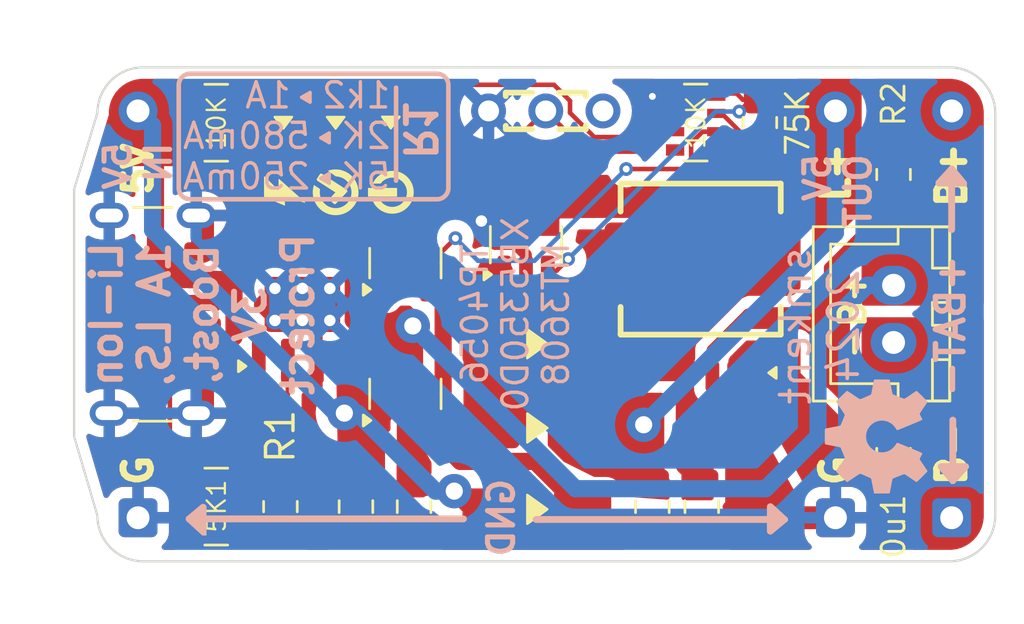
<source format=kicad_pcb>
(kicad_pcb (version 20240108) (generator "pcbnew") (generator_version "8.0")
  (layers (0 "F.Cu" signal) (31 "B.Cu" signal) (34 "B.Paste" user) (35 "F.Paste" user) (36 "B.SilkS" user "B.Silkscreen") (37 "F.SilkS" user "F.Silkscreen") (38 "B.Mask" user) (39 "F.Mask" user) (44 "Edge.Cuts" user))
  (net 0 "")
  (net 1 "GND")
  (net 2 "VIN")
  (net 3 "VOUT")
  (net 4 "B+")
  (net 5 "Net-(LED1-A)")
  (net 6 "Net-(LED1-K)")
  (net 7 "Net-(LED2-A)")
  (net 8 "Net-(LED2-K)")
  (net 9 "Net-(U1-PROG)")
  (net 10 "Net-(J0-CC1)")
  (net 11 "Net-(J0-CC2)")
  (net 14 "B-")
  (net 15 "BATVDD")
  (net 16 "BOOST")
  (net 17 "LOAD_SWITCH")
  (net 18 "Net-(D2-A)")
  (net 19 "Net-(LED3-A)")
  (net 20 "Net-(Q2-G)")
  (net 23 "Net-(RN3D-R4.1)")
  (footprint "Resistor_SMD:R_Array_Convex_4x0603" (layer "F.Cu") (at 125.338 111.2735)
    (property "Reference" "RN2" (hide yes))
    (property "Value" "5K1")
    (pad "1" smd rect (at -0.9 -1.2) (size 0.8 0.5) (layers "F.Cu" "F.Paste" "F.Mask") (net 11 "Net-(J0-CC2)"))
    (pad "2" smd rect (at -0.9 -0.4) (size 0.8 0.4) (layers "F.Cu" "F.Paste" "F.Mask") (net 10 "Net-(J0-CC1)"))
    (pad "3" smd rect (at -0.9 0.4) (size 0.8 0.4) (layers "F.Cu" "F.Paste" "F.Mask") (net 1 "GND"))
    (pad "4" smd rect (at -0.9 1.2) (size 0.8 0.5) (layers "F.Cu" "F.Paste" "F.Mask") (net 1 "GND"))
    (pad "5" smd rect (at 0.9 1.2) (size 0.8 0.5) (layers "F.Cu" "F.Paste" "F.Mask") (net 1 "GND"))
    (pad "6" smd rect (at 0.9 0.4) (size 0.8 0.4) (layers "F.Cu" "F.Paste" "F.Mask") (net 1 "GND"))
    (pad "7" smd rect (at 0.9 -0.4) (size 0.8 0.4) (layers "F.Cu" "F.Paste" "F.Mask") (net 1 "GND"))
    (pad "8" smd rect (at 0.9 -1.2) (size 0.8 0.5) (layers "F.Cu" "F.Paste" "F.Mask") (net 1 "GND"))
  )
  (footprint "Resistor_SMD:R_0805_2012Metric_Pad1.20x1.40mm_HandSolder" (layer "F.Cu") (at 128.143 111.2735 -90)
    (property "Reference" "R1" (hide yes))
    (property "Value" "1K2")
    (pad "1" smd roundrect (at -1 0 270) (size 1.2 1.4) (layers "F.Cu" "F.Paste" "F.Mask") (roundrect_rratio 0.208333) (net 9 "Net-(U1-PROG)"))
    (pad "2" smd roundrect (at 1 0 270) (size 1.2 1.4) (layers "F.Cu" "F.Paste" "F.Mask") (roundrect_rratio 0.208333) (net 1 "GND"))
  )
  (footprint "custom:SOIC-8-1EP_3.9x4.9mm_P1.27mm_EP2.41x3.3mm_ThermalVias_CustomVias" (layer "F.Cu") (at 129.102 102.437 90)
    (property "Reference" "U1" (hide yes))
    (property "Value" "TP4056")
    (pad "1" smd roundrect (at -2.475 -1.905 90) (size 1.95 0.6) (layers "F.Cu" "F.Paste" "F.Mask") (net 1 "GND"))
    (pad "2" smd roundrect (at -2.475 -0.635 90) (size 1.95 0.6) (layers "F.Cu" "F.Paste" "F.Mask") (net 9 "Net-(U1-PROG)"))
    (pad "3" smd roundrect (at -2.475 0.635 90) (size 1.95 0.6) (layers "F.Cu" "F.Paste" "F.Mask") (net 1 "GND"))
    (pad "4" smd roundrect (at -2.475 1.905 90) (size 1.95 0.6) (layers "F.Cu" "F.Paste" "F.Mask") (net 2 "VIN"))
    (pad "5" smd roundrect (at 2.475 1.905 90) (size 1.95 0.6) (layers "F.Cu" "F.Paste" "F.Mask") (net 4 "B+"))
    (pad "6" smd roundrect (at 2.475 0.635 90) (size 1.95 0.6) (layers "F.Cu" "F.Paste" "F.Mask") (net 8 "Net-(LED2-K)"))
    (pad "7" smd roundrect (at 2.475 -0.635 90) (size 1.95 0.6) (layers "F.Cu" "F.Paste" "F.Mask") (net 6 "Net-(LED1-K)"))
    (pad "8" smd roundrect (at 2.475 -1.905 90) (size 1.95 0.6) (layers "F.Cu" "F.Paste" "F.Mask") (net 2 "VIN"))
    (pad "9" thru_hole circle (at -0.7 -1.2 90) (size 0.8 0.8) (drill 0.5) (property pad_prop_heatsink) (layers "*.Cu") (net 1 "GND"))
    (pad "9" thru_hole circle (at -0.7 0 90) (size 0.8 0.8) (drill 0.5) (property pad_prop_heatsink) (layers "*.Cu") (net 1 "GND"))
    (pad "9" thru_hole circle (at -0.7 1.2 90) (size 0.8 0.8) (drill 0.5) (property pad_prop_heatsink) (layers "*.Cu") (net 1 "GND"))
    (pad "9" smd rect (at 0 0 90) (size 1.9 2.9) (property pad_prop_heatsink) (layers "B.Cu") (net 1 "GND"))
    (pad "9" smd roundrect (at 0 0 90) (size 2.41 3.3) (property pad_prop_heatsink) (layers "F.Cu" "F.Mask") (roundrect_rratio 0.1037344398) (net 1 "GND"))
    (pad "9" thru_hole circle (at 0.7 -1.2 90) (size 0.8 0.8) (drill 0.5) (property pad_prop_heatsink) (layers "*.Cu") (net 1 "GND"))
    (pad "9" thru_hole circle (at 0.7 0 90) (size 0.8 0.8) (drill 0.5) (property pad_prop_heatsink) (layers "*.Cu") (net 1 "GND"))
    (pad "9" thru_hole circle (at 0.7 1.2 90) (size 0.8 0.8) (drill 0.5) (property pad_prop_heatsink) (layers "*.Cu") (net 1 "GND"))
  )
  (footprint "custom:JST_XH_B2B-XH-A_1x02_P2.50mm_Vertical_simple" (layer "F.Cu") (at 154.94 101.6 -90)
    (property "Reference" "BT1" (hide yes))
    (property "Value" "Battery_Cell")
    (pad "1" thru_hole oval (at 0 0 270) (size 1.7 2) (drill 1) (layers "*.Cu" "*.Mask") (net 4 "B+"))
    (pad "2" thru_hole oval (at 2.5 0 270) (size 1.7 2) (drill 1) (layers "*.Cu" "*.Mask") (net 14 "B-"))
  )
  (footprint "custom:D_SMA_simple" (layer "F.Cu") (at 139.351 107.823 180)
    (property "Reference" "D2" (hide yes))
    (property "Value" "SS34")
    (pad "1" smd roundrect (at -2 0 180) (size 2.5 1.8) (layers "F.Cu" "F.Paste" "F.Mask") (roundrect_rratio 0.1388888889) (net 3 "VOUT"))
    (pad "2" smd roundrect (at 2 0 180) (size 2.5 1.8) (layers "F.Cu" "F.Paste" "F.Mask") (roundrect_rratio 0.1388888889) (net 18 "Net-(D2-A)"))
  )
  (footprint "custom:D_SMA_simple" (layer "F.Cu") (at 139.351 104.14 180)
    (property "Reference" "D3" (hide yes))
    (property "Value" "SS34")
    (pad "1" smd roundrect (at -2 0 180) (size 2.5 1.8) (layers "F.Cu" "F.Paste" "F.Mask") (roundrect_rratio 0.1388888889) (net 16 "BOOST"))
    (pad "2" smd roundrect (at 2 0 180) (size 2.5 1.8) (layers "F.Cu" "F.Paste" "F.Mask") (roundrect_rratio 0.1388888889) (net 18 "Net-(D2-A)"))
  )
  (footprint "Capacitor_SMD:C_0805_2012Metric_Pad1.18x1.45mm_HandSolder" (layer "F.Cu") (at 131.445 111.2735 -90)
    (property "Reference" "C1" (hide yes))
    (property "Value" "10uF")
    (pad "1" smd roundrect (at -1.0375 0 270) (size 1.175 1.45) (layers "F.Cu" "F.Paste" "F.Mask") (roundrect_rratio 0.212766) (net 2 "VIN"))
    (pad "2" smd roundrect (at 1.0375 0 270) (size 1.175 1.45) (layers "F.Cu" "F.Paste" "F.Mask") (roundrect_rratio 0.212766) (net 1 "GND"))
  )
  (footprint "graphics:icon-check-mark-circle-2mm" (layer "F.Cu") (at 130.55617 97.536 90)
    (property "Reference" "G***" (hide yes))
    (property "Value" "LOGO" (hide yes))
  )
  (footprint "Resistor_SMD:R_0805_2012Metric_Pad1.20x1.40mm_HandSolder" (layer "F.Cu") (at 149.098 94.488 90)
    (property "Reference" "R3" (hide yes))
    (property "Value" "75K")
    (pad "1" smd roundrect (at -1 0 90) (size 1.2 1.4) (layers "F.Cu" "F.Paste" "F.Mask") (roundrect_rratio 0.208333) (net 3 "VOUT"))
    (pad "2" smd roundrect (at 1 0 90) (size 1.2 1.4) (layers "F.Cu" "F.Paste" "F.Mask") (roundrect_rratio 0.208333) (net 23 "Net-(RN3D-R4.1)"))
  )
  (footprint "custom:LED_0805_2012Metric_Pad1.15x1.40mm_HandSolder_simple" (layer "F.Cu") (at 128.27 94.497 90)
    (property "Reference" "LED1" (hide yes))
    (property "Value" "Charge")
    (pad "1" smd roundrect (at -1.025 0 90) (size 1.15 1.4) (layers "F.Cu" "F.Paste" "F.Mask") (roundrect_rratio 0.217391) (net 6 "Net-(LED1-K)"))
    (pad "2" smd roundrect (at 1.025 0 90) (size 1.15 1.4) (layers "F.Cu" "F.Paste" "F.Mask") (roundrect_rratio 0.217391) (net 5 "Net-(LED1-A)"))
  )
  (footprint "Capacitor_SMD:C_0805_2012Metric_Pad1.18x1.45mm_HandSolder" (layer "F.Cu") (at 133.985 111.2735 90)
    (property "Reference" "C2" (hide yes))
    (property "Value" "10uF")
    (pad "1" smd roundrect (at -1.0375 0 90) (size 1.175 1.45) (layers "F.Cu" "F.Paste" "F.Mask") (roundrect_rratio 0.212766) (net 1 "GND"))
    (pad "2" smd roundrect (at 1.0375 0 90) (size 1.175 1.45) (layers "F.Cu" "F.Paste" "F.Mask") (roundrect_rratio 0.212766) (net 4 "B+"))
  )
  (footprint "graphics:icon-power-2mm" (layer "F.Cu") (at 132.969 97.536 90)
    (property "Reference" "G***" (hide yes))
    (property "Value" "LOGO" (hide yes))
  )
  (footprint "Package_TO_SOT_SMD:SOT-23-6" (layer "F.Cu") (at 138.877 99.8275 90)
    (property "Reference" "U3" (hide yes))
    (property "Value" "MT3608")
    (pad "1" smd roundrect (at -1.1375 -0.95 90) (size 1.325 0.6) (layers "F.Cu" "F.Paste" "F.Mask") (net 18 "Net-(D2-A)"))
    (pad "2" smd roundrect (at -1.1375 0 90) (size 1.325 0.6) (layers "F.Cu" "F.Paste" "F.Mask") (net 1 "GND"))
    (pad "3" smd roundrect (at -1.1375 0.95 90) (size 1.325 0.6) (layers "F.Cu" "F.Paste" "F.Mask") (net 23 "Net-(RN3D-R4.1)"))
    (pad "4" smd roundrect (at 1.1375 0.95 90) (size 1.325 0.6) (layers "F.Cu" "F.Paste" "F.Mask") (net 16 "BOOST"))
    (pad "5" smd roundrect (at 1.1375 0 90) (size 1.325 0.6) (layers "F.Cu" "F.Paste" "F.Mask") (net 16 "BOOST"))
    (pad "6" smd roundrect (at 1.1375 -0.95 90) (size 1.325 0.6) (layers "F.Cu" "F.Paste" "F.Mask"))
  )
  (footprint "custom:SOT-23-5_simple" (layer "F.Cu") (at 147.973 106.727 -90)
    (property "Reference" "U2" (hide yes))
    (property "Value" "XB5350D0")
    (pad "1" smd roundrect (at -1.1375 -0.95 270) (size 1.325 0.6) (layers "F.Cu" "F.Paste" "F.Mask"))
    (pad "2" smd roundrect (at -1.1375 0 270) (size 1.325 0.6) (layers "F.Cu" "F.Paste" "F.Mask") (net 14 "B-"))
    (pad "3" smd roundrect (at -1.1375 0.95 270) (size 1.325 0.6) (layers "F.Cu" "F.Paste" "F.Mask") (net 15 "BATVDD"))
    (pad "4" smd roundrect (at 1.1375 0.95 270) (size 1.325 0.6) (layers "F.Cu" "F.Paste" "F.Mask") (net 1 "GND"))
    (pad "5" smd roundrect (at 1.1375 -0.95 270) (size 1.325 0.6) (layers "F.Cu" "F.Paste" "F.Mask") (net 1 "GND"))
  )
  (footprint "Capacitor_SMD:C_0805_2012Metric_Pad1.18x1.45mm_HandSolder" (layer "F.Cu") (at 154.94 108.9875 90)
    (property "Reference" "C3" (hide yes))
    (property "Value" "0.1uF")
    (pad "1" smd roundrect (at -1.0375 0 90) (size 1.175 1.45) (layers "F.Cu" "F.Paste" "F.Mask") (roundrect_rratio 0.212766) (net 14 "B-"))
    (pad "2" smd roundrect (at 1.0375 0 90) (size 1.175 1.45) (layers "F.Cu" "F.Paste" "F.Mask") (roundrect_rratio 0.212766) (net 15 "BATVDD"))
  )
  (footprint "Resistor_SMD:R_Array_Convex_4x0603" (layer "F.Cu") (at 146.293 94.488 180)
    (property "Reference" "RN3" (hide yes))
    (property "Value" "10K")
    (pad "1" smd rect (at -0.9 -1.2 180) (size 0.8 0.5) (layers "F.Cu" "F.Paste" "F.Mask"))
    (pad "2" smd rect (at -0.9 -0.4 180) (size 0.8 0.4) (layers "F.Cu" "F.Paste" "F.Mask") (net 17 "LOAD_SWITCH"))
    (pad "3" smd rect (at -0.9 0.4 180) (size 0.8 0.4) (layers "F.Cu" "F.Paste" "F.Mask") (net 3 "VOUT"))
    (pad "4" smd rect (at -0.9 1.2 180) (size 0.8 0.5) (layers "F.Cu" "F.Paste" "F.Mask") (net 23 "Net-(RN3D-R4.1)"))
    (pad "5" smd rect (at 0.9 1.2 180) (size 0.8 0.5) (layers "F.Cu" "F.Paste" "F.Mask") (net 1 "GND"))
    (pad "6" smd rect (at 0.9 0.4 180) (size 0.8 0.4) (layers "F.Cu" "F.Paste" "F.Mask") (net 19 "Net-(LED3-A)"))
    (pad "7" smd rect (at 0.9 -0.4 180) (size 0.8 0.4) (layers "F.Cu" "F.Paste" "F.Mask") (net 20 "Net-(Q2-G)"))
    (pad "8" smd rect (at 0.9 -1.2 180) (size 0.8 0.5) (layers "F.Cu" "F.Paste" "F.Mask"))
  )
  (footprint "Capacitor_SMD:C_0805_2012Metric_Pad1.18x1.45mm_HandSolder" (layer "F.Cu") (at 146.558 111.2735 -90)
    (property "Reference" "C4" (hide yes))
    (property "Value" "10uF")
    (pad "1" smd roundrect (at -1.0375 0 270) (size 1.175 1.45) (layers "F.Cu" "F.Paste" "F.Mask") (roundrect_rratio 0.212766) (net 16 "BOOST"))
    (pad "2" smd roundrect (at 1.0375 0 270) (size 1.175 1.45) (layers "F.Cu" "F.Paste" "F.Mask") (roundrect_rratio 0.212766) (net 1 "GND"))
  )
  (footprint "Package_TO_SOT_SMD:SOT-23" (layer "F.Cu") (at 133.604 106.3475 90)
    (property "Reference" "Q1" (hide yes))
    (property "Value" "AO3401A")
    (pad "1" smd roundrect (at -0.9375 -0.95 90) (size 1.475 0.6) (layers "F.Cu" "F.Paste" "F.Mask") (net 2 "VIN"))
    (pad "2" smd roundrect (at -0.9375 0.95 90) (size 1.475 0.6) (layers "F.Cu" "F.Paste" "F.Mask") (net 17 "LOAD_SWITCH"))
    (pad "3" smd roundrect (at 0.9375 0 90) (size 1.475 0.6) (layers "F.Cu" "F.Paste" "F.Mask") (net 4 "B+"))
  )
  (footprint "custom:D_SMA_simple" (layer "F.Cu") (at 139.351 111.379 180)
    (property "Reference" "D1" (hide yes))
    (property "Value" "SS34")
    (pad "1" smd roundrect (at -2 0 180) (size 2.5 1.8) (layers "F.Cu" "F.Paste" "F.Mask") (roundrect_rratio 0.1388888889) (net 17 "LOAD_SWITCH"))
    (pad "2" smd roundrect (at 2 0 180) (size 2.5 1.8) (layers "F.Cu" "F.Paste" "F.Mask") (roundrect_rratio 0.1388888889) (net 2 "VIN"))
  )
  (footprint "custom:USB_C_Receptacle_GCT_USB4125-xx-x_6P_TopMnt_Horizontal_handsolder" (layer "F.Cu") (at 121.46 102.87 -90)
    (property "Reference" "J0" (hide yes))
    (property "Value" "USB_C_Receptacle_PowerOnly_6P")
    (pad "A5" smd roundrect (at -0.5 -3.28 270) (size 0.7 1.6) (layers "F.Cu" "F.Paste" "F.Mask") (net 10 "Net-(J0-CC1)"))
    (pad "A9" smd roundrect (at 1.52 -3.28 90) (size 0.76 1.6) (layers "F.Cu" "F.Paste" "F.Mask") (net 2 "VIN"))
    (pad "A12" smd roundrect (at 2.75 -3.28 90) (size 0.8 1.6) (layers "F.Cu" "F.Paste" "F.Mask") (net 1 "GND"))
    (pad "B5" smd roundrect (at 0.5 -3.28 90) (size 0.7 1.6) (layers "F.Cu" "F.Paste" "F.Mask") (net 11 "Net-(J0-CC2)"))
    (pad "B9" smd roundrect (at -1.52 -3.28 270) (size 0.76 1.6) (layers "F.Cu" "F.Paste" "F.Mask") (net 2 "VIN"))
    (pad "B12" smd roundrect (at -2.75 -3.28 270) (size 0.8 1.6) (layers "F.Cu" "F.Paste" "F.Mask") (net 1 "GND"))
    (pad "S1" thru_hole oval (at -4.32 -3 270) (size 1.1 1.7) (drill oval 0.6 1.2) (layers "*.Cu" "*.Mask" "F.Paste") (net 1 "GND"))
    (pad "S1" thru_hole oval (at -4.32 0.8 270) (size 1.1 1.7) (drill oval 0.6 1.2) (layers "*.Cu" "*.Mask" "F.Paste") (net 1 "GND"))
    (pad "S1" thru_hole oval (at 4.32 -3 270) (size 1.1 1.7) (drill oval 0.6 1.2) (layers "*.Cu" "*.Mask" "F.Paste") (net 1 "GND"))
    (pad "S1" thru_hole oval (at 4.32 0.8 270) (size 1.1 1.7) (drill oval 0.6 1.2) (layers "*.Cu" "*.Mask" "F.Paste") (net 1 "GND"))
  )
  (footprint "Resistor_SMD:R_0805_2012Metric_Pad1.20x1.40mm_HandSolder" (layer "F.Cu") (at 154.94 96.758 -90)
    (property "Reference" "R2" (hide yes))
    (property "Value" "100R")
    (pad "1" smd roundrect (at -1 0 270) (size 1.2 1.4) (layers "F.Cu" "F.Paste" "F.Mask") (roundrect_rratio 0.208333) (net 4 "B+"))
    (pad "2" smd roundrect (at 1 0 270) (size 1.2 1.4) (layers "F.Cu" "F.Paste" "F.Mask") (roundrect_rratio 0.208333) (net 15 "BATVDD"))
  )
  (footprint "Package_TO_SOT_SMD:SOT-23" (layer "F.Cu") (at 133.604 100.6325 90)
    (property "Reference" "Q2" (hide yes))
    (property "Value" "AO3401A")
    (pad "1" smd roundrect (at -0.9375 -0.95 90) (size 1.475 0.6) (layers "F.Cu" "F.Paste" "F.Mask") (net 20 "Net-(Q2-G)"))
    (pad "2" smd roundrect (at -0.9375 0.95 90) (size 1.475 0.6) (layers "F.Cu" "F.Paste" "F.Mask") (net 17 "LOAD_SWITCH"))
    (pad "3" smd roundrect (at 0.9375 0 90) (size 1.475 0.6) (layers "F.Cu" "F.Paste" "F.Mask") (net 16 "BOOST"))
  )
  (footprint "Capacitor_SMD:C_0805_2012Metric_Pad1.18x1.45mm_HandSolder" (layer "F.Cu") (at 144.399 111.2735 -90)
    (property "Reference" "C5" (hide yes))
    (property "Value" "10uF")
    (pad "1" smd roundrect (at -1.0375 0 270) (size 1.175 1.45) (layers "F.Cu" "F.Paste" "F.Mask") (roundrect_rratio 0.212766) (net 3 "VOUT"))
    (pad "2" smd roundrect (at 1.0375 0 270) (size 1.175 1.45) (layers "F.Cu" "F.Paste" "F.Mask") (roundrect_rratio 0.212766) (net 1 "GND"))
  )
  (footprint "custom:LED_0805_2012Metric_Pad1.15x1.40mm_HandSolder_simple" (layer "F.Cu") (at 130.556 94.497 90)
    (property "Reference" "LED2" (hide yes))
    (property "Value" "Done")
    (pad "1" smd roundrect (at -1.025 0 90) (size 1.15 1.4) (layers "F.Cu" "F.Paste" "F.Mask") (roundrect_rratio 0.217391) (net 8 "Net-(LED2-K)"))
    (pad "2" smd roundrect (at 1.025 0 90) (size 1.15 1.4) (layers "F.Cu" "F.Paste" "F.Mask") (roundrect_rratio 0.217391) (net 7 "Net-(LED2-A)"))
  )
  (footprint "custom:SW-TH_DEALON_SS-12D01-GX_simple" (layer "F.Cu") (at 139.74 93.98 180)
    (property "Reference" "SW1" (hide yes))
    (property "Value" "SW_SPDT")
    (pad "1" thru_hole circle (at -2.5 0 180) (size 1.52 1.52) (drill 0.9144) (layers "*.Cu" "*.Mask"))
    (pad "2" thru_hole circle (at 0 0 180) (size 1.52 1.52) (drill 0.9144) (layers "*.Cu" "*.Mask") (net 20 "Net-(Q2-G)"))
    (pad "3" thru_hole circle (at 2.5 0 180) (size 1.52 1.52) (drill 0.9144) (layers "*.Cu" "*.Mask") (net 1 "GND"))
  )
  (footprint "lcsc:IND-SMD_L7.0-W6.6" (layer "F.Cu") (at 146.51 100.457 180)
    (property "Reference" "L1" (hide yes))
    (property "Value" "22uH")
    (pad "1" smd roundrect (at -3 0 180) (size 2.4 3.2) (layers "F.Cu" "F.Paste" "F.Mask") (roundrect_rratio 0.125) (net 16 "BOOST"))
    (pad "2" smd roundrect (at 3 0 180) (size 2.4 3.2) (layers "F.Cu" "F.Paste" "F.Mask") (roundrect_rratio 0.125) (net 18 "Net-(D2-A)"))
  )
  (footprint "Resistor_SMD:R_Array_Convex_4x0603" (layer "F.Cu") (at 125.338 94.497 180)
    (property "Reference" "RN1" (hide yes))
    (property "Value" "10K")
    (pad "1" smd rect (at -0.9 -1.2 180) (size 0.8 0.5) (layers "F.Cu" "F.Paste" "F.Mask") (net 1 "GND"))
    (pad "2" smd rect (at -0.9 -0.4 180) (size 0.8 0.4) (layers "F.Cu" "F.Paste" "F.Mask") (net 7 "Net-(LED2-A)"))
    (pad "3" smd rect (at -0.9 0.4 180) (size 0.8 0.4) (layers "F.Cu" "F.Paste" "F.Mask") (net 5 "Net-(LED1-A)"))
    (pad "4" smd rect (at -0.9 1.2 180) (size 0.8 0.5) (layers "F.Cu" "F.Paste" "F.Mask"))
    (pad "5" smd rect (at 0.9 1.2 180) (size 0.8 0.5) (layers "F.Cu" "F.Paste" "F.Mask"))
    (pad "6" smd rect (at 0.9 0.4 180) (size 0.8 0.4) (layers "F.Cu" "F.Paste" "F.Mask") (net 2 "VIN"))
    (pad "7" smd rect (at 0.9 -0.4 180) (size 0.8 0.4) (layers "F.Cu" "F.Paste" "F.Mask") (net 2 "VIN"))
    (pad "8" smd rect (at 0.9 -1.2 180) (size 0.8 0.5) (layers "F.Cu" "F.Paste" "F.Mask") (net 2 "VIN"))
  )
  (footprint "custom:LED_0805_2012Metric_Pad1.15x1.40mm_HandSolder_simple" (layer "F.Cu") (at 132.969 94.488 90)
    (property "Reference" "LED3" (hide yes))
    (property "Value" "Boost")
    (pad "1" smd roundrect (at -1.025 0 90) (size 1.15 1.4) (layers "F.Cu" "F.Paste" "F.Mask") (roundrect_rratio 0.217391) (net 1 "GND"))
    (pad "2" smd roundrect (at 1.025 0 90) (size 1.15 1.4) (layers "F.Cu" "F.Paste" "F.Mask") (roundrect_rratio 0.217391) (net 19 "Net-(LED3-A)"))
  )
  (footprint "graphics:icon-lightning-bolt-2mm" (layer "F.Cu") (at 128.259888 97.536 90)
    (property "Reference" "G***" (hide yes))
    (property "Value" "LOGO" (hide yes))
  )
  (footprint "custom:PinHeader_1x01_P2.54mm_simple_square" (layer "B.Cu") (at 157.48 111.76 -90)
    (property "Reference" "J4" (hide yes))
    (property "Value" "Conn_01x01")
    (pad "1" thru_hole roundrect (at 0 0 270) (size 1.7 1.7) (drill 1) (layers "*.Cu" "*.Mask") (roundrect_rratio 0.1470588235) (net 14 "B-"))
  )
  (footprint "custom:PinHeader_1x01_P2.54mm_simple_square" (layer "B.Cu") (at 121.92 111.76 180)
    (property "Reference" "J2" (hide yes))
    (property "Value" "Conn_01x01")
    (pad "1" thru_hole roundrect (at 0 0 180) (size 1.7 1.7) (drill 1) (layers "*.Cu" "*.Mask") (roundrect_rratio 0.1470588235) (net 1 "GND"))
  )
  (footprint "custom:PinHeader_1x01_P2.54mm_simple" (layer "B.Cu") (at 121.92 93.98 180)
    (property "Reference" "J1" (hide yes))
    (property "Value" "Conn_01x01")
    (pad "1" thru_hole oval (at 0 0 180) (size 1.7 1.7) (drill 1) (layers "*.Cu" "*.Mask") (net 2 "VIN"))
  )
  (footprint "custom:PinHeader_1x01_P2.54mm_simple" (layer "B.Cu") (at 152.4 93.98 -90)
    (property "Reference" "J5" (hide yes))
    (property "Value" "Conn_01x01")
    (pad "1" thru_hole oval (at 0 0 270) (size 1.7 1.7) (drill 1) (layers "*.Cu" "*.Mask") (net 3 "VOUT"))
  )
  (footprint "custom:PinHeader_1x01_P2.54mm_simple_square" (layer "B.Cu") (at 152.4 111.76 180)
    (property "Reference" "J6" (hide yes))
    (property "Value" "Conn_01x01")
    (pad "1" thru_hole roundrect (at 0 0 180) (size 1.7 1.7) (drill 1) (layers "*.Cu" "*.Mask") (roundrect_rratio 0.1470588235) (net 1 "GND"))
  )
  (footprint "graphics:oshw-logo-5mm" (layer "B.Cu") (at 154.178 108.204 -90)
    (property "Reference" "G***" (hide yes))
    (property "Value" "LOGO" (hide yes))
  )
  (footprint "custom:PinHeader_1x01_P2.54mm_simple" (layer "B.Cu") (at 157.48 93.98 -90)
    (property "Reference" "J3" (hide yes))
    (property "Value" "Conn_01x01")
    (pad "1" thru_hole oval (at 0 0 270) (size 1.7 1.7) (drill 1) (layers "*.Cu" "*.Mask") (net 4 "B+"))
  )
  (gr_line (start 136.144 111.8108) (end 124.1552 111.8108) (stroke (width 0.3)) (layer "B.SilkS"))
  (gr_poly (pts (xy 150.1648 111.8362) (xy 149.5552 111.2774) (xy 149.5552 112.3442)) (stroke (width 0.3)) (fill solid) (layer "B.SilkS"))
  (gr_poly (pts (arc (start 134.9836 97.8408) (mid 135.337153 97.694353) (end 135.4836 97.3408)) (arc (start 135.4836 92.8544) (mid 135.337153 92.500847) (end 134.9836 92.3544)) (arc (start 124.198 92.3544) (mid 123.844447 92.500847) (end 123.698 92.8544)) (arc (start 123.698 97.3408) (mid 123.844447 97.694353) (end 124.198 97.8408))) (stroke (width 0.2)) (fill none) (layer "B.SilkS"))
  (gr_line (start 157.5308 107.4928) (end 157.5308 110.1344) (stroke (width 0.3)) (layer "B.SilkS"))
  (gr_poly (pts (xy 157.48 96.52) (xy 156.9212 97.1296) (xy 157.988 97.1296)) (stroke (width 0.3)) (fill solid) (layer "B.SilkS"))
  (gr_poly (pts (xy 157.5308 110.1344) (xy 158.0896 109.5248) (xy 157.0228 109.5248)) (stroke (width 0.3)) (fill solid) (layer "B.SilkS"))
  (gr_line (start 157.48 99.1616) (end 157.48 96.52) (stroke (width 0.3)) (layer "B.SilkS"))
  (gr_line (start 133.1976 92.964) (end 133.1976 97.028) (stroke (width 0.2)) (layer "B.SilkS"))
  (gr_poly (pts (xy 124.1552 111.8108) (xy 124.7648 112.3696) (xy 124.7648 111.3028)) (stroke (width 0.3)) (fill solid) (layer "B.SilkS"))
  (gr_line (start 139.319 111.8362) (end 150.1648 111.8362) (stroke (width 0.3)) (layer "B.SilkS"))
  (gr_poly (pts (xy 157.385 92.075) (xy 157.527863 92.077516) (xy 157.81068 92.118179) (xy 158.084832 92.198677) (xy 158.344738 92.317372) (xy 158.585105 92.471847) (xy 158.801042 92.658958) (xy 158.988153 92.874895) (xy 159.142628 93.115262) (xy 159.261323 93.375168) (xy 159.341821 93.64932) (xy 159.382484 93.932137) (xy 159.385 94.075) (xy 159.385 111.665) (xy 159.382484 111.807863) (xy 159.341821 112.09068) (xy 159.261323 112.364832) (xy 159.142628 112.624738) (xy 158.988153 112.865105) (xy 158.801042 113.081042) (xy 158.585105 113.268153) (xy 158.344738 113.422628) (xy 158.084832 113.541323) (xy 157.81068 113.621821) (xy 157.527863 113.662484) (xy 157.385 113.665) (xy 149.447 113.665) (xy 139.541 113.665) (xy 122.142 113.665) (xy 121.999137 113.662484) (xy 121.71632 113.621821) (xy 121.442168 113.541323) (xy 121.182262 113.422628) (xy 120.941895 113.268153) (xy 120.725958 113.081042) (xy 120.538847 112.865105) (xy 120.384372 112.624738) (xy 120.265677 112.364832) (xy 120.185179 112.09068) (xy 120.144516 111.807863) (xy 120.142 111.665) (xy 119.126 108.204) (xy 119.126 97.409) (xy 120.142 94.075) (xy 120.144516 93.932137) (xy 120.185179 93.64932) (xy 120.265677 93.375168) (xy 120.384372 93.115262) (xy 120.538847 92.874895) (xy 120.725958 92.658958) (xy 120.941895 92.471847) (xy 121.182262 92.317372) (xy 121.442168 92.198677) (xy 121.71632 92.118179) (xy 121.999137 92.077516) (xy 122.142 92.075)) (stroke (width 0.1)) (fill none) (layer "Edge.Cuts"))
  (gr_text "R1" (at 134.2136 94.7928 270) (layer "B.SilkS") (effects (font (size 1.3 1.3) (thickness 0.26) (bold yes)) (justify mirror)))
  (gr_text "1k2‣1A\n2K‣580mA\n5K‣250mA" (at 133.0452 92.6592 0) (layer "B.SilkS") (effects (font (size 1.1 1.1)) (justify left top mirror)))
  (gr_text "TP4056\nXB5350D0\nMT3608" (at 136 102.87 90) (layer "B.SilkS") (effects (font (size 1.1 1.1)) (justify top mirror)))
  (gr_text "Li-Ion\n1A LS,\nBoost,\n3V\nProtect" (at 119.7864 102.87 90) (layer "B.SilkS") (effects (font (size 1.3 1.3) (thickness 0.26) (bold yes)) (justify top mirror)))
  (gr_text "5V\nOUT" (at 152.5016 95.758 90) (layer "B.SilkS") (effects (font (size 1.1 1.1) (thickness 0.22) (bold yes)) (justify left mirror)))
  (gr_text "5V\nIN" (at 121.92 95.25 90) (layer "B.SilkS") (effects (font (size 1.1 1.1) (thickness 0.22) (bold yes)) (justify left mirror)))
  (gr_text "smkent\n2024" (at 153.5176 103.378 90) (layer "B.SilkS") (effects (font (size 1.3 1.3) (thickness 0.1625)) (justify bottom mirror)))
  (gr_text "GND" (at 137.795 111.76 90) (layer "B.SilkS") (effects (font (size 1.1 1.1) (thickness 0.22) (bold yes)) (justify mirror)))
  (gr_text "+BAT-" (at 157.4292 103.378 90) (layer "B.SilkS") (effects (font (size 1.2 1.2) (thickness 0.24) (bold yes)) (justify mirror)))
  (gr_text "G" (at 121.92 110.49 90) (layer "F.SilkS") (effects (font (size 1.2 1.2) (thickness 0.3) (bold yes)) (justify left)))
  (gr_text "B+" (at 157.48 95.25 90) (layer "F.SilkS") (effects (font (size 1.2 1.2) (thickness 0.3) (bold yes)) (justify right)))
  (gr_text "5K1" (at 125.349 111.252 90) (layer "F.SilkS") (effects (font (size 0.8 0.8) (thickness 0.1))))
  (gr_text "L+" (at 152.4 95.25 90) (layer "F.SilkS") (effects (font (size 1.2 1.2) (thickness 0.3) (bold yes)) (justify right)))
  (gr_text "B-" (at 157.48 110.49 90) (layer "F.SilkS") (effects (font (size 1.2 1.2) (thickness 0.3) (bold yes)) (justify left)))
  (gr_text "R1" (at 128.143 109.473998 90) (layer "F.SilkS") (effects (font (size 1.2 1.2)) (justify left)))
  (gr_text "75K" (at 150.749 94.488 90) (layer "F.SilkS") (effects (font (size 1 1) (thickness 0.125))))
  (gr_text "R2" (at 154.94 94.742 90) (layer "F.SilkS") (effects (font (size 1 1) (thickness 0.125)) (justify left)))
  (gr_text "10K" (at 125.349 94.488 90) (layer "F.SilkS") (effects (font (size 0.8 0.8) (thickness 0.1))))
  (gr_text "-B+" (at 153.162 102.87 90) (layer "F.SilkS") (effects (font (size 1.1 1.1) (thickness 0.22) (bold yes))))
  (gr_text "10K" (at 146.304 94.488 90) (layer "F.SilkS") (effects (font (size 0.8 0.8) (thickness 0.1))))
  (gr_text "G" (at 152.4 110.49 90) (layer "F.SilkS") (effects (font (size 1.2 1.2) (thickness 0.3) (bold yes)) (justify left)))
  (gr_text "5V" (at 121.92 95.25 90) (layer "F.SilkS") (effects (font (size 1.2 1.2) (thickness 0.3) (bold yes)) (justify right)))
  (gr_text "0u1" (at 154.94 112.141 90) (layer "F.SilkS") (effects (font (size 1 1) (thickness 0.125))))
  (segment (start 137.177 99.041071) (end 137.177 99.455184) (width 0.5) (layer "F.Cu") (net 1))
  (segment (start 147.658 112.311) (end 144.399 112.311) (width 1) (layer "F.Cu") (net 1))
  (segment (start 124.74 100.12) (end 124.74 98.83) (width 1) (layer "F.Cu") (net 1))
  (segment (start 131.4075 112.2735) (end 131.445 112.311) (width 0.75) (layer "F.Cu") (net 1))
  (segment (start 124.74 106.91) (end 124.46 107.19) (width 1) (layer "F.Cu") (net 1))
  (segment (start 138.877 100.269) (end 138.877 100.965) (width 0.5) (layer "F.Cu") (net 1))
  (segment (start 124.74 98.83) (end 124.46 98.55) (width 1) (layer "F.Cu") (net 1))
  (segment (start 124.74 105.62) (end 124.74 106.91) (width 1) (layer "F.Cu") (net 1))
  (segment (start 128.143 112.2735) (end 131.4075 112.2735) (width 0.75) (layer "F.Cu") (net 1))
  (segment (start 148.082 107.8645) (end 148.923 107.8645) (width 1) (layer "F.Cu") (net 1))
  (segment (start 146.558 112.311) (end 144.399 112.311) (width 0.75) (layer "F.Cu") (net 1))
  (segment (start 148.082 107.8645) (end 148.082 111.633) (width 1) (layer "F.Cu") (net 1))
  (segment (start 137.524316 99.8025) (end 138.4105 99.8025) (width 0.5) (layer "F.Cu") (net 1))
  (segment (start 147.023 107.8645) (end 148.082 107.8645) (width 1) (layer "F.Cu") (net 1))
  (segment (start 148.209 111.76) (end 147.658 112.311) (width 1) (layer "F.Cu") (net 1))
  (segment (start 148.082 111.633) (end 148.209 111.76) (width 1) (layer "F.Cu") (net 1))
  (segment (start 136.927001 98.791072) (end 137.177 99.041071) (width 0.5) (layer "F.Cu") (net 1))
  (segment (start 144.456 93.288) (end 144.399 93.345) (width 0.2) (layer "F.Cu") (net 1))
  (segment (start 145.393 93.288) (end 144.456 93.288) (width 0.2) (layer "F.Cu") (net 1))
  (segment (start 148.209 111.76) (end 152.4 111.76) (width 1) (layer "F.Cu") (net 1))
  (segment (start 131.445 112.311) (end 133.985 112.311) (width 0.75) (layer "F.Cu") (net 1))
  (segment (start 137.177 99.455184) (end 137.524316 99.8025) (width 0.5) (layer "F.Cu") (net 1))
  (segment (start 138.4105 99.8025) (end 138.877 100.269) (width 0.5) (layer "F.Cu") (net 1))
  (via (at 144.399 93.345) (size 0.6) (drill 0.3) (layers "F.Cu" "B.Cu") (net 1))
  (via (at 136.927001 98.791072) (size 1) (drill 0.5) (layers "F.Cu" "B.Cu") (net 1))
  (segment (start 143.129 95.631) (end 138.891 95.631) (width 0.2) (layer "B.Cu") (net 1))
  (segment (start 137.24 98.478073) (end 137.24 93.98) (width 0.5) (layer "B.Cu") (net 1))
  (segment (start 144.399 94.361) (end 143.129 95.631) (width 0.2) (layer "B.Cu") (net 1))
  (segment (start 144.399 93.345) (end 144.399 94.361) (width 0.2) (layer "B.Cu") (net 1))
  (segment (start 138.891 95.631) (end 137.24 93.98) (width 0.2) (layer "B.Cu") (net 1))
  (segment (start 136.927001 98.791072) (end 137.24 98.478073) (width 0.5) (layer "B.Cu") (net 1))
  (segment (start 124.438 94.097) (end 124.438 95.697) (width 0.2) (layer "F.Cu") (net 2))
  (segment (start 123.94 101.35) (end 122.682 100.092) (width 0.75) (layer "F.Cu") (net 2))
  (segment (start 126.115 101.87949) (end 126.115 103.86051) (width 0.75) (layer "F.Cu") (net 2))
  (segment (start 135.740371 110.596844) (end 136.522527 111.379) (width 0.75) (layer "F.Cu") (net 2))
  (segment (start 122.682 94.742) (end 121.92 93.98) (width 0.75) (layer "F.Cu") (net 2))
  (segment (start 125.809 101.35) (end 124.74 101.35) (width 0.75) (layer "F.Cu") (net 2))
  (segment (start 131.445 108.494) (end 131.445 110.236) (width 0.75) (layer "F.Cu") (net 2))
  (segment (start 131.007 105.638) (end 132.654 107.285) (width 0.75) (layer "F.Cu") (net 2))
  (segment (start 131.007 104.912) (end 131.007 107.118) (width 0.75) (layer "F.Cu") (net 2))
  (segment (start 126.115 103.86051) (end 125.58551 104.39) (width 0.75) (layer "F.Cu") (net 2))
  (segment (start 132.654 107.285) (end 131.445 108.494) (width 0.75) (layer "F.Cu") (net 2))
  (segment (start 125.58551 104.39) (end 124.74 104.39) (width 0.75) (layer "F.Cu") (net 2))
  (segment (start 125.58551 101.35) (end 126.115 101.87949) (width 0.75) (layer "F.Cu") (net 2))
  (segment (start 131.007 104.912) (end 131.007 105.638) (width 0.75) (layer "F.Cu") (net 2))
  (segment (start 127.197 99.962) (end 125.809 101.35) (width 0.75) (layer "F.Cu") (net 2))
  (segment (start 124.74 101.35) (end 125.58551 101.35) (width 0.75) (layer "F.Cu") (net 2))
  (segment (start 131.007 107.118) (end 130.937 107.188) (width 0.75) (layer "F.Cu") (net 2))
  (segment (start 136.522527 111.379) (end 137.351 111.379) (width 0.75) (layer "F.Cu") (net 2))
  (segment (start 124.74 101.35) (end 123.94 101.35) (width 0.75) (layer "F.Cu") (net 2))
  (segment (start 122.682 100.092) (end 122.682 94.742) (width 0.75) (layer "F.Cu") (net 2))
  (via (at 135.740371 110.596844) (size 1.5) (drill 0.75) (layers "F.Cu" "B.Cu") (net 2))
  (via (at 130.937 107.188) (size 1.5) (drill 0.75) (layers "F.Cu" "B.Cu") (net 2))
  (segment (start 130.556 107.188) (end 122.555 99.187) (width 0.75) (layer "B.Cu") (net 2))
  (segment (start 122.555 99.187) (end 122.555 94.615) (width 0.75) (layer "B.Cu") (net 2))
  (segment (start 135.740371 110.596844) (end 134.921845 110.596844) (width 0.75) (layer "B.Cu") (net 2))
  (segment (start 130.937 107.188) (end 130.556 107.188) (width 0.75) (layer "B.Cu") (net 2))
  (segment (start 134.921845 110.596844) (end 131.513001 107.188) (width 0.75) (layer "B.Cu") (net 2))
  (segment (start 122.555 94.615) (end 121.92 93.98) (width 0.75) (layer "B.Cu") (net 2))
  (segment (start 131.513001 107.188) (end 130.937 107.188) (width 0.75) (layer "B.Cu") (net 2))
  (segment (start 141.351 107.823) (end 141.986 107.823) (width 0.75) (layer "F.Cu") (net 3))
  (segment (start 147.428 94.088) (end 148.828 95.488) (width 0.2) (layer "F.Cu") (net 3))
  (segment (start 144.018 107.696) (end 141.478 107.696) (width 0.75) (layer "F.Cu") (net 3))
  (segment (start 141.986 107.823) (end 144.399 110.236) (width 0.75) (layer "F.Cu") (net 3))
  (segment (start 150.892 95.488) (end 152.4 93.98) (width 0.75) (layer "F.Cu") (net 3))
  (segment (start 147.193 94.088) (end 147.428 94.088) (width 0.2) (layer "F.Cu") (net 3))
  (segment (start 149.098 95.488) (end 150.892 95.488) (width 0.75) (layer "F.Cu") (net 3))
  (segment (start 148.828 95.488) (end 149.098 95.488) (width 0.2) (layer "F.Cu") (net 3))
  (segment (start 141.478 107.696) (end 141.351 107.823) (width 0.75) (layer "F.Cu") (net 3))
  (via (at 144.018 107.696) (size 1.5) (drill 0.75) (layers "F.Cu" "B.Cu") (net 3))
  (segment (start 152.4 93.98) (end 152.4 99.314) (width 0.75) (layer "B.Cu") (net 3))
  (segment (start 152.4 99.314) (end 144.018 107.696) (width 0.75) (layer "B.Cu") (net 3))
  (segment (start 131.327 100.282) (end 131.327 103.133) (width 0.75) (layer "F.Cu") (net 4))
  (segment (start 133.604 103.704) (end 133.93 103.378) (width 0.75) (layer "F.Cu") (net 4))
  (segment (start 156.718 93.98) (end 154.94 95.758) (width 0.75) (layer "F.Cu") (net 4))
  (segment (start 133.604 105.41) (end 133.604 103.704) (width 0.75) (layer "F.Cu") (net 4))
  (segment (start 154.94 95.758) (end 154.94 95.784346) (width 0.75) (layer "F.Cu") (net 4))
  (segment (start 156.215 100.325) (end 154.94 101.6) (width 0.75) (layer "F.Cu") (net 4))
  (segment (start 133.604 109.855) (end 133.985 110.236) (width 0.75) (layer "F.Cu") (net 4))
  (segment (start 131.007 99.962) (end 131.327 100.282) (width 0.75) (layer "F.Cu") (net 4))
  (segment (start 131.327 103.133) (end 133.604 105.41) (width 0.75) (layer "F.Cu") (net 4))
  (segment (start 156.215 97.059346) (end 156.215 100.325) (width 0.75) (layer "F.Cu") (net 4))
  (segment (start 157.48 93.98) (end 156.718 93.98) (width 0.75) (layer "F.Cu") (net 4))
  (segment (start 133.604 105.41) (end 133.604 109.855) (width 0.75) (layer "F.Cu") (net 4))
  (segment (start 154.94 95.784346) (end 156.215 97.059346) (width 0.75) (layer "F.Cu") (net 4))
  (via (at 133.93 103.378) (size 1.5) (drill 0.75) (layers "F.Cu" "B.Cu") (net 4))
  (segment (start 149.352 110.49) (end 151.638 108.204) (width 0.75) (layer "B.Cu") (net 4))
  (segment (start 141.042 110.49) (end 149.352 110.49) (width 0.75) (layer "B.Cu") (net 4))
  (segment (start 153.797 101.6) (end 154.94 101.6) (width 0.75) (layer "B.Cu") (net 4))
  (segment (start 151.638 103.759) (end 153.797 101.6) (width 0.75) (layer "B.Cu") (net 4))
  (segment (start 133.93 103.378) (end 141.042 110.49) (width 0.75) (layer "B.Cu") (net 4))
  (segment (start 151.638 108.204) (end 151.638 103.759) (width 0.75) (layer "B.Cu") (net 4))
  (segment (start 128.27 93.472) (end 128.143 93.472) (width 0.2) (layer "F.Cu") (net 5))
  (segment (start 127.518 94.097) (end 126.238 94.097) (width 0.2) (layer "F.Cu") (net 5))
  (segment (start 128.143 93.472) (end 127.518 94.097) (width 0.2) (layer "F.Cu") (net 5))
  (segment (start 128.778 99.651) (end 128.467 99.962) (width 0.2) (layer "F.Cu") (net 6))
  (segment (start 128.27 95.522) (end 128.778 96.03) (width 0.2) (layer "F.Cu") (net 6))
  (segment (start 128.778 96.03) (end 128.778 99.651) (width 0.2) (layer "F.Cu") (net 6))
  (segment (start 126.238 94.897) (end 126.488 94.647) (width 0.2) (layer "F.Cu") (net 7))
  (segment (start 129.381 94.647) (end 130.556 93.472) (width 0.2) (layer "F.Cu") (net 7))
  (segment (start 126.488 94.647) (end 129.381 94.647) (width 0.2) (layer "F.Cu") (net 7))
  (segment (start 129.413 99.638) (end 129.737 99.962) (width 0.2) (layer "F.Cu") (net 8))
  (segment (start 130.556 95.522) (end 129.413 96.665) (width 0.2) (layer "F.Cu") (net 8))
  (segment (start 129.413 96.665) (end 129.413 99.638) (width 0.2) (layer "F.Cu") (net 8))
  (segment (start 128.467 104.912) (end 128.467 109.9495) (width 0.2) (layer "F.Cu") (net 9))
  (segment (start 128.467 109.9495) (end 128.143 110.2735) (width 0.2) (layer "F.Cu") (net 9))
  (segment (start 124.263398 102.37) (end 124.74 102.37) (width 0.2) (layer "F.Cu") (net 10))
  (segment (start 124.438 110.8735) (end 123.838 110.8735) (width 0.2) (layer "F.Cu") (net 10))
  (segment (start 122.91 103.723398) (end 124.263398 102.37) (width 0.2) (layer "F.Cu") (net 10))
  (segment (start 123.838 110.8735) (end 122.91 109.9455) (width 0.2) (layer "F.Cu") (net 10))
  (segment (start 122.91 109.9455) (end 122.91 103.723398) (width 0.2) (layer "F.Cu") (net 10))
  (segment (start 123.31 108.9455) (end 123.31 104.32177) (width 0.2) (layer "F.Cu") (net 11))
  (segment (start 124.438 110.0735) (end 123.31 108.9455) (width 0.2) (layer "F.Cu") (net 11))
  (segment (start 123.31 104.32177) (end 124.26177 103.37) (width 0.2) (layer "F.Cu") (net 11))
  (segment (start 124.26177 103.37) (end 124.74 103.37) (width 0.2) (layer "F.Cu") (net 11))
  (segment (start 147.973 105.5895) (end 147.973 106.251999) (width 0.5) (layer "F.Cu") (net 14))
  (segment (start 147.973 106.251999) (end 148.423001 106.702) (width 0.5) (layer "F.Cu") (net 14))
  (segment (start 147.973 105.5895) (end 147.973 104.927001) (width 0.5) (layer "F.Cu") (net 14))
  (segment (start 148.506001 104.394) (end 149.479 104.394) (width 0.5) (layer "F.Cu") (net 14))
  (segment (start 154.94 104.1) (end 157.48 106.64) (width 0.75) (layer "F.Cu") (net 14))
  (segment (start 151.617 106.702) (end 154.94 110.025) (width 0.5) (layer "F.Cu") (net 14))
  (segment (start 151.003 105.918) (end 151.003 108.331) (width 0.5) (layer "F.Cu") (net 14))
  (segment (start 148.423001 106.702) (end 151.617 106.702) (width 0.5) (layer "F.Cu") (net 14))
  (segment (start 155.745 110.025) (end 157.48 111.76) (width 0.75) (layer "F.Cu") (net 14))
  (segment (start 147.973 104.927001) (end 148.506001 104.394) (width 0.5) (layer "F.Cu") (net 14))
  (segment (start 157.48 106.64) (end 157.48 111.76) (width 0.75) (layer "F.Cu") (net 14))
  (segment (start 154.94 110.025) (end 155.745 110.025) (width 0.75) (layer "F.Cu") (net 14))
  (segment (start 149.479 104.394) (end 151.003 105.918) (width 0.5) (layer "F.Cu") (net 14))
  (segment (start 154.94 98.044) (end 154.94 97.758) (width 0.5) (layer "F.Cu") (net 15))
  (segment (start 147.023 104.437) (end 148.59 102.87) (width 0.5) (layer "F.Cu") (net 15))
  (segment (start 147.023 105.5895) (end 147.023 104.437) (width 0.5) (layer "F.Cu") (net 15))
  (segment (start 152.146 100.838) (end 154.94 98.044) (width 0.5) (layer "F.Cu") (net 15))
  (segment (start 152.146 102.87) (end 152.146 100.838) (width 0.5) (layer "F.Cu") (net 15))
  (segment (start 148.59 102.87) (end 152.146 102.87) (width 0.5) (layer "F.Cu") (net 15))
  (segment (start 147.335 98.282) (end 140.235 98.282) (width 0.75) (layer "F.Cu") (net 16))
  (segment (start 145.796 109.474) (end 145.796 104.14) (width 0.75) (layer "F.Cu") (net 16))
  (segment (start 138.877 97.602) (end 138.877 98.69) (width 0.75) (layer "F.Cu") (net 16))
  (segment (start 149.51 100.457) (end 147.335 98.282) (width 0.75) (layer "F.Cu") (net 16))
  (segment (start 140.235 98.282) (end 139.827 98.69) (width 0.75) (layer "F.Cu") (net 16))
  (segment (start 135.8465 97.4525) (end 138.7275 97.4525) (width 0.75) (layer "F.Cu") (net 16))
  (segment (start 133.604 99.695) (end 135.8465 97.4525) (width 0.75) (layer "F.Cu") (net 16))
  (segment (start 145.827 104.14) (end 149.51 100.457) (width 0.75) (layer "F.Cu") (net 16))
  (segment (start 138.877 98.69) (end 139.827 98.69) (width 0.75) (layer "F.Cu") (net 16))
  (segment (start 138.7275 97.4525) (end 138.877 97.602) (width 0.75) (layer "F.Cu") (net 16))
  (segment (start 141.351 104.14) (end 145.827 104.14) (width 0.75) (layer "F.Cu") (net 16))
  (segment (start 146.558 110.236) (end 145.796 109.474) (width 0.75) (layer "F.Cu") (net 16))
  (segment (start 146.093 95.388) (end 146.593 94.888) (width 0.2) (layer "F.Cu") (net 17))
  (segment (start 146.093 96.238) (end 146.093 95.388) (width 0.2) (layer "F.Cu") (net 17))
  (segment (start 135.255 102.271) (end 135.255 106.584) (width 0.75) (layer "F.Cu") (net 17))
  (segment (start 146.593 94.888) (end 147.193 94.888) (width 0.2) (layer "F.Cu") (net 17))
  (segment (start 134.554 101.57) (end 135.255 102.271) (width 0.75) (layer "F.Cu") (net 17))
  (segment (start 134.493 101.509) (end 134.554 101.57) (width 0.2) (layer "F.Cu") (net 17))
  (segment (start 141.351 111.379) (end 139.27 109.298) (width 0.75) (layer "F.Cu") (net 17))
  (segment (start 143.255 96.519) (end 145.812 96.519) (width 0.2) (layer "F.Cu") (net 17))
  (segment (start 136.002346 109.298) (end 135.526 108.821654) (width 0.75) (layer "F.Cu") (net 17))
  (segment (start 134.59 107.285) (end 134.554 107.285) (width 0.75) (layer "F.Cu") (net 17))
  (segment (start 135.526 108.821654) (end 135.526 108.221) (width 0.75) (layer "F.Cu") (net 17))
  (segment (start 139.27 109.298) (end 136.002346 109.298) (width 0.75) (layer "F.Cu") (net 17))
  (segment (start 135.255 106.584) (end 134.554 107.285) (width 0.75) (layer "F.Cu") (net 17))
  (segment (start 135.526 108.221) (end 134.59 107.285) (width 0.75) (layer "F.Cu") (net 17))
  (segment (start 134.493 100.838) (end 134.493 101.509) (width 0.2) (layer "F.Cu") (net 17))
  (segment (start 145.812 96.519) (end 146.093 96.238) (width 0.2) (layer "F.Cu") (net 17))
  (segment (start 135.789038 99.541962) (end 134.493 100.838) (width 0.2) (layer "F.Cu") (net 17))
  (via (at 135.789038 99.541962) (size 0.6) (drill 0.3) (layers "F.Cu" "B.Cu") (net 17))
  (via (at 143.255 96.519) (size 0.6) (drill 0.3) (layers "F.Cu" "B.Cu") (net 17))
  (segment (start 143.255 96.519) (end 139.244293 100.529707) (width 0.2) (layer "B.Cu") (net 17))
  (segment (start 136.776783 100.529707) (end 135.789038 99.541962) (width 0.2) (layer "B.Cu") (net 17))
  (segment (start 139.244293 100.529707) (end 136.776783 100.529707) (width 0.2) (layer "B.Cu") (net 17))
  (segment (start 137.351 101.541) (end 137.927 100.965) (width 0.75) (layer "F.Cu") (net 18))
  (segment (start 142.748 100.457) (end 143.51 100.457) (width 0.75) (layer "F.Cu") (net 18))
  (segment (start 137.351 104.14) (end 139.002 102.489) (width 0.75) (layer "F.Cu") (net 18))
  (segment (start 137.351 107.823) (end 137.351 101.541) (width 0.75) (layer "F.Cu") (net 18))
  (segment (start 140.716 102.489) (end 142.748 100.457) (width 0.75) (layer "F.Cu") (net 18))
  (segment (start 139.002 102.489) (end 140.716 102.489) (width 0.75) (layer "F.Cu") (net 18))
  (segment (start 141.859 95.123) (end 143.358 95.123) (width 0.2) (layer "F.Cu") (net 19))
  (segment (start 140.8 93.540933) (end 140.8 94.064) (width 0.2) (layer "F.Cu") (net 19))
  (segment (start 140.096067 92.837) (end 140.8 93.540933) (width 0.2) (layer "F.Cu") (net 19))
  (segment (start 144.393 94.088) (end 145.393 94.088) (width 0.2) (layer "F.Cu") (net 19))
  (segment (start 133.595 92.837) (end 140.096067 92.837) (width 0.2) (layer "F.Cu") (net 19))
  (segment (start 132.969 93.463) (end 133.595 92.837) (width 0.2) (layer "F.Cu") (net 19))
  (segment (start 143.358 95.123) (end 144.393 94.088) (width 0.2) (layer "F.Cu") (net 19))
  (segment (start 140.8 94.064) (end 141.859 95.123) (width 0.2) (layer "F.Cu") (net 19))
  (segment (start 144.073 95.758) (end 144.943 94.888) (width 0.2) (layer "F.Cu") (net 20))
  (segment (start 139.7 93.98) (end 136.9025 96.7775) (width 0.2) (layer "F.Cu") (net 20))
  (segment (start 144.943 94.888) (end 145.393 94.888) (width 0.2) (layer "F.Cu") (net 20))
  (segment (start 139.74 93.98) (end 141.518 95.758) (width 0.2) (layer "F.Cu") (net 20))
  (segment (start 139.74 93.98) (end 139.7 93.98) (width 0.2) (layer "F.Cu") (net 20))
  (segment (start 133.6005 96.7775) (end 132.654 97.724) (width 0.2) (layer "F.Cu") (net 20))
  (segment (start 132.654 97.724) (end 132.654 101.57) (width 0.2) (layer "F.Cu") (net 20))
  (segment (start 136.9025 96.7775) (end 133.6005 96.7775) (width 0.2) (layer "F.Cu") (net 20))
  (segment (start 141.518 95.758) (end 144.073 95.758) (width 0.2) (layer "F.Cu") (net 20))
  (segment (start 147.263 93.218) (end 147.193 93.288) (width 0.2) (layer "F.Cu") (net 23))
  (segment (start 148.082 93.218) (end 147.263 93.218) (width 0.2) (layer "F.Cu") (net 23))
  (segment (start 140.208 100.965) (end 140.716 100.457) (width 0.2) (layer "F.Cu") (net 23))
  (segment (start 149.098 93.488) (end 148.352 93.488) (width 0.2) (layer "F.Cu") (net 23))
  (segment (start 147.47653 93.288) (end 147.193 93.288) (width 0.2) (layer "F.Cu") (net 23))
  (segment (start 148.352 93.488) (end 148.082 93.218) (width 0.2) (layer "F.Cu") (net 23))
  (segment (start 149.098 93.488) (end 148.71462 93.488) (width 0.2) (layer "F.Cu") (net 23))
  (segment (start 139.827 100.965) (end 140.208 100.965) (width 0.2) (layer "F.Cu") (net 23))
  (segment (start 148.71462 93.488) (end 148.195575 94.007045) (width 0.2) (layer "F.Cu") (net 23))
  (via (at 140.716 100.457) (size 0.6) (drill 0.3) (layers "F.Cu" "B.Cu") (net 23))
  (via (at 148.195575 94.007045) (size 0.6) (drill 0.3) (layers "F.Cu" "B.Cu") (net 23))
  (segment (start 147.165955 94.007045) (end 140.716 100.457) (width 0.2) (layer "B.Cu") (net 23))
  (segment (start 148.195575 94.007045) (end 147.165955 94.007045) (width 0.2) (layer "B.Cu") (net 23))
  (zone (net 3) (net_name "VOUT") (layer "F.Cu") (priority 2) (connect_pads yes (clearance 0.5)) (min_thickness 0.25) (fill yes (thermal_gap 0.5) (thermal_bridge_width 0.5))
    (polygon (pts (xy 148.336 96.139) (xy 151.13 96.139) (xy 151.13 101.346) (xy 153.67 98.425) (xy 153.67 92.202) (xy 150.622 92.202) (xy 150.622 94.361) (xy 148.336 94.361)))
  )
  (zone (net 3) (net_name "VOUT") (layer "F.Cu") (priority 2) (connect_pads yes (clearance 0.5)) (min_thickness 0.25) (fill yes (thermal_gap 0.5) (thermal_bridge_width 0.5))
    (polygon (pts (xy 139.827 106.045) (xy 139.827 108.966) (xy 143.637 110.871) (xy 145.415 110.998) (xy 145.415 106.045)))
  )
  (zone (net 2) (net_name "VIN") (layer "F.Cu") (priority 4) (connect_pads yes (clearance 0.5)) (min_thickness 0.25) (fill yes (thermal_gap 0.5) (thermal_bridge_width 0.5))
    (polygon (pts (xy 119.126 92.075) (xy 119.126 96.393) (xy 124.968 96.393) (xy 124.968 92.075)))
  )
  (zone (net 4) (net_name "B+") (layer "F.Cu") (priority 3) (connect_pads yes (clearance 0.5)) (min_thickness 0.25) (fill yes (thermal_gap 0.5) (thermal_bridge_width 0.5))
    (polygon (pts (xy 159.385 92.075) (xy 159.512 102.743) (xy 153.543 102.743) (xy 153.543 100.711) (xy 155.829 99.314) (xy 155.829 96.774) (xy 154.051 96.774) (xy 154.051 92.075)))
  )
  (zone (net 16) (net_name "BOOST") (layer "F.Cu") (priority 2) (connect_pads yes (clearance 0.5)) (min_thickness 0.25) (fill yes (thermal_gap 0.5) (thermal_bridge_width 0.5))
    (polygon (pts (xy 139.827 102.997) (xy 139.827 105.791) (xy 145.669 105.791) (xy 145.669 110.998) (xy 147.447 110.998) (xy 147.447 109.474) (xy 146.685 109.474) (xy 146.685 104.013) (xy 148.209 102.235) (xy 150.876 102.235) (xy 150.876 96.774) (xy 138.43 96.774) (xy 138.43 99.441) (xy 140.335 99.441) (xy 140.335 98.679) (xy 145.034 98.679) (xy 145.034 102.235) (xy 142.24 102.235) (xy 141.478 102.997)))
  )
  (zone (net 4) (net_name "B+") (layer "F.Cu") (priority 2) (connect_pads yes (clearance 0.5)) (min_thickness 0.25) (fill yes (thermal_gap 0.5) (thermal_bridge_width 0.5))
    (polygon (pts (xy 133.096 110.871) (xy 134.747 110.871) (xy 134.747 109.347) (xy 133.985 107.95) (xy 133.985 106.426) (xy 134.62 106.045) (xy 134.62 102.489) (xy 132.08 102.489) (xy 132.08 96.52) (xy 130.302 96.52) (xy 130.302 100.965) (xy 130.937 100.965) (xy 130.937 103.632) (xy 132.969 106.426)))
  )
  (zone (net 15) (net_name "BATVDD") (layer "F.Cu") (priority 2) (connect_pads yes (clearance 0.5)) (min_thickness 0.25) (fill yes (thermal_gap 0.5) (thermal_bridge_width 0.5))
    (polygon (pts (xy 155.829 108.839) (xy 155.829 96.774) (xy 154.051 96.774) (xy 154.051 98.552) (xy 151.003 102.362) (xy 148.209 102.362) (xy 148.209 103.886) (xy 151.003 103.886) (xy 151.003 105.41) (xy 154.178 108.839)))
  )
  (zone (net 18) (net_name "Net-(D2-A)") (layer "F.Cu") (priority 2) (connect_pads yes (clearance 0.5)) (min_thickness 0.25) (fill yes (thermal_gap 0.5) (thermal_bridge_width 0.5))
    (polygon (pts (xy 136.144 108.585) (xy 139.192 108.585) (xy 139.192 103.124) (xy 139.827 102.489) (xy 142.24 102.235) (xy 145.034 102.235) (xy 145.034 98.679) (xy 141.224 98.679) (xy 140.589 101.981) (xy 138.303 101.981) (xy 138.303 100.203) (xy 137.033 100.203) (xy 136.144 102.362)))
  )
  (zone (net 16) (net_name "BOOST") (layer "F.Cu") (priority 2) (connect_pads yes (clearance 0.5)) (min_thickness 0.25) (fill yes (thermal_gap 0.5) (thermal_bridge_width 0.5))
    (polygon (pts (xy 138.43 96.774) (xy 133.096 96.774) (xy 133.096 100.711) (xy 134.112 100.711) (xy 134.112 99.822) (xy 135.509 98.552) (xy 137.16 98.552) (xy 138.43 99.441)))
  )
  (zone (net 2) (net_name "VIN") (layer "F.Cu") (priority 2) (connect_pads yes (clearance 0.5)) (min_thickness 0.25) (fill yes (thermal_gap 0.5) (thermal_bridge_width 0.5))
    (polygon (pts (xy 130.683 110.871) (xy 132.715 110.871) (xy 132.715 106.426) (xy 131.318 103.886) (xy 130.556 103.886)))
  )
  (zone (net 14) (net_name "B-") (layer "F.Cu") (priority 3) (connect_pads yes (clearance 0.5)) (min_thickness 0.25) (fill yes (thermal_gap 0.5) (thermal_bridge_width 0.5))
    (polygon (pts (xy 147.447 104.013) (xy 150.876 104.013) (xy 150.876 106.299) (xy 150.876 106.426) (xy 154.178 109.22) (xy 156.083 109.22) (xy 156.083 106.68) (xy 153.543 105.156) (xy 153.543 102.997) (xy 159.512 102.997) (xy 159.512 113.665) (xy 155.702 113.538) (xy 155.702 111.887) (xy 153.924 110.49) (xy 151.13 110.49) (xy 149.2885 107.188) (xy 147.447 107.188)))
  )
  (zone (net 1) (net_name "GND") (layers "F&B.Cu") (priority 1) (connect_pads (clearance 0.5)) (min_thickness 0.25) (fill yes (thermal_gap 0.5) (thermal_bridge_width 0.5))
    (polygon (pts (xy 119.126 92.075) (xy 159.385 92.075) (xy 159.512 113.665) (xy 119.126 113.665)))
  )
)
</source>
